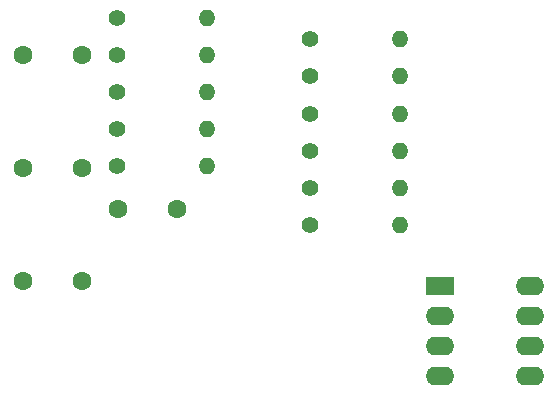
<source format=gbr>
%TF.GenerationSoftware,KiCad,Pcbnew,7.0.8*%
%TF.CreationDate,2023-11-23T11:48:21-03:00*%
%TF.ProjectId,design,64657369-676e-42e6-9b69-6361645f7063,rev?*%
%TF.SameCoordinates,Original*%
%TF.FileFunction,Copper,L2,Bot*%
%TF.FilePolarity,Positive*%
%FSLAX46Y46*%
G04 Gerber Fmt 4.6, Leading zero omitted, Abs format (unit mm)*
G04 Created by KiCad (PCBNEW 7.0.8) date 2023-11-23 11:48:21*
%MOMM*%
%LPD*%
G01*
G04 APERTURE LIST*
%TA.AperFunction,ComponentPad*%
%ADD10C,1.600000*%
%TD*%
%TA.AperFunction,ComponentPad*%
%ADD11C,1.400000*%
%TD*%
%TA.AperFunction,ComponentPad*%
%ADD12O,1.400000X1.400000*%
%TD*%
%TA.AperFunction,ComponentPad*%
%ADD13R,2.400000X1.600000*%
%TD*%
%TA.AperFunction,ComponentPad*%
%ADD14O,2.400000X1.600000*%
%TD*%
G04 APERTURE END LIST*
D10*
%TO.P,C4,1*%
%TO.N,+12V*%
X122112500Y-98620000D03*
%TO.P,C4,2*%
%TO.N,Earth*%
X127112500Y-98620000D03*
%TD*%
%TO.P,C3,1*%
%TO.N,Net-(U1-VI)*%
X122112500Y-89070000D03*
%TO.P,C3,2*%
%TO.N,Earth*%
X127112500Y-89070000D03*
%TD*%
%TO.P,C1,1*%
%TO.N,-12V*%
X122112500Y-79520000D03*
%TO.P,C1,2*%
%TO.N,Earth*%
X127112500Y-79520000D03*
%TD*%
D11*
%TO.P,R11,1*%
%TO.N,Net-(J3-Pin_1)*%
X130112500Y-88920000D03*
D12*
%TO.P,R11,2*%
%TO.N,Net-(U4B--)*%
X137732500Y-88920000D03*
%TD*%
D11*
%TO.P,R10,1*%
%TO.N,Net-(U4B--)*%
X130112500Y-85770000D03*
D12*
%TO.P,R10,2*%
%TO.N,Net-(U3-OUT)*%
X137732500Y-85770000D03*
%TD*%
D11*
%TO.P,R9,1*%
%TO.N,Net-(R7-Pad1)*%
X130112500Y-82620000D03*
D12*
%TO.P,R9,2*%
%TO.N,Earth*%
X137732500Y-82620000D03*
%TD*%
D11*
%TO.P,R8,1*%
%TO.N,Net-(U3-OUT)*%
X130112500Y-79470000D03*
D12*
%TO.P,R8,2*%
%TO.N,Net-(R7-Pad1)*%
X137732500Y-79470000D03*
%TD*%
D11*
%TO.P,R7,1*%
%TO.N,Net-(R7-Pad1)*%
X130112500Y-76320000D03*
D12*
%TO.P,R7,2*%
%TO.N,load*%
X137732500Y-76320000D03*
%TD*%
D10*
%TO.P,C2,1*%
%TO.N,Net-(U2-IN)*%
X130212500Y-92520000D03*
%TO.P,C2,2*%
%TO.N,Earth*%
X135212500Y-92520000D03*
%TD*%
D13*
%TO.P,U4,1*%
%TO.N,Net-(R3-Pad2)*%
X157480000Y-99060000D03*
D14*
%TO.P,U4,2,-*%
%TO.N,Net-(U4A--)*%
X157480000Y-101600000D03*
%TO.P,U4,3,+*%
%TO.N,load*%
X157480000Y-104140000D03*
%TO.P,U4,4*%
%TO.N,N/C*%
X157480000Y-106680000D03*
%TO.P,U4,5,+*%
%TO.N,Earth*%
X165100000Y-106680000D03*
%TO.P,U4,6,-*%
%TO.N,Net-(U4B--)*%
X165100000Y-104140000D03*
%TO.P,U4,7*%
%TO.N,Net-(J3-Pin_1)*%
X165100000Y-101600000D03*
%TO.P,U4,8*%
%TO.N,N/C*%
X165100000Y-99060000D03*
%TD*%
D11*
%TO.P,R6,1*%
%TO.N,load*%
X146410000Y-93910000D03*
D12*
%TO.P,R6,2*%
%TO.N,Net-(J2-Pin_2)*%
X154030000Y-93910000D03*
%TD*%
D11*
%TO.P,R5,1*%
%TO.N,Earth*%
X146410000Y-90760000D03*
D12*
%TO.P,R5,2*%
%TO.N,Net-(U4A--)*%
X154030000Y-90760000D03*
%TD*%
D11*
%TO.P,R4,1*%
%TO.N,Net-(U4A--)*%
X146410000Y-87610000D03*
D12*
%TO.P,R4,2*%
%TO.N,Net-(R3-Pad2)*%
X154030000Y-87610000D03*
%TD*%
D11*
%TO.P,R3,1*%
%TO.N,load*%
X146410000Y-84460000D03*
D12*
%TO.P,R3,2*%
%TO.N,Net-(R3-Pad2)*%
X154030000Y-84460000D03*
%TD*%
D11*
%TO.P,R2,1*%
%TO.N,Net-(J1-Pin_3)*%
X146410000Y-81310000D03*
D12*
%TO.P,R2,2*%
%TO.N,Net-(U2-IN)*%
X154030000Y-81310000D03*
%TD*%
D11*
%TO.P,R1,1*%
%TO.N,Net-(U1-VI)*%
X146410000Y-78160000D03*
D12*
%TO.P,R1,2*%
%TO.N,Net-(J1-Pin_1)*%
X154030000Y-78160000D03*
%TD*%
M02*

</source>
